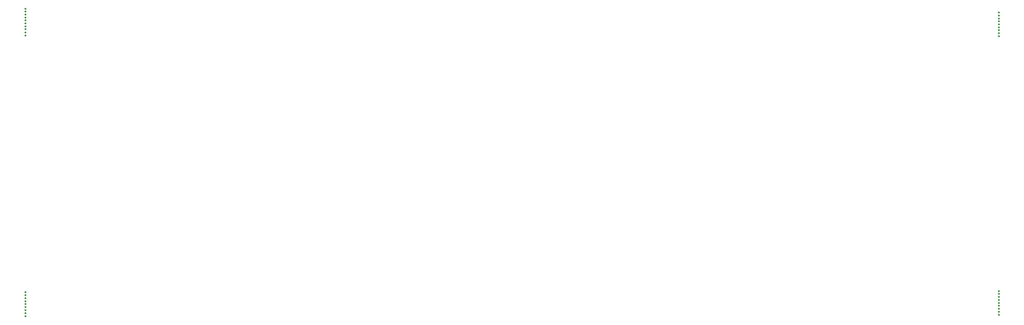
<source format=gbr>
G04 #@! TF.GenerationSoftware,KiCad,Pcbnew,(7.0.0)*
G04 #@! TF.CreationDate,2023-10-27T13:43:10+02:00*
G04 #@! TF.ProjectId,VAN plate,56414e20-706c-4617-9465-2e6b69636164,rev?*
G04 #@! TF.SameCoordinates,Original*
G04 #@! TF.FileFunction,Soldermask,Bot*
G04 #@! TF.FilePolarity,Negative*
%FSLAX46Y46*%
G04 Gerber Fmt 4.6, Leading zero omitted, Abs format (unit mm)*
G04 Created by KiCad (PCBNEW (7.0.0)) date 2023-10-27 13:43:10*
%MOMM*%
%LPD*%
G01*
G04 APERTURE LIST*
%ADD10C,0.500000*%
G04 APERTURE END LIST*
D10*
X26987500Y-30937750D03*
X26987500Y-31648750D03*
X26987500Y-32388750D03*
X26987500Y-33128750D03*
X26987500Y-33868750D03*
X26987500Y-34608750D03*
X26987500Y-34608750D03*
X26987500Y-35348750D03*
X26987500Y-36059750D03*
X26987500Y-36847750D03*
X26987500Y-37635750D03*
X269875000Y-31927500D03*
X269875000Y-32638500D03*
X269875000Y-33378500D03*
X269875000Y-34118500D03*
X269875000Y-34858500D03*
X269875000Y-35598500D03*
X269875000Y-35598500D03*
X269875000Y-36338500D03*
X269875000Y-37049500D03*
X269875000Y-37837500D03*
X26987500Y-101868750D03*
X26987500Y-102608750D03*
X26987500Y-103348750D03*
X26987500Y-104088750D03*
X26987500Y-104828750D03*
X26987500Y-104828750D03*
X26987500Y-105568750D03*
X26987500Y-106279750D03*
X26987500Y-107067750D03*
X26987500Y-107855750D03*
X269875000Y-101552500D03*
X269875000Y-102292500D03*
X269875000Y-103032500D03*
X269875000Y-103772500D03*
X269875000Y-104512500D03*
X269875000Y-104512500D03*
X269875000Y-105252500D03*
X269875000Y-105963500D03*
X269875000Y-106751500D03*
X269875000Y-107539500D03*
M02*

</source>
